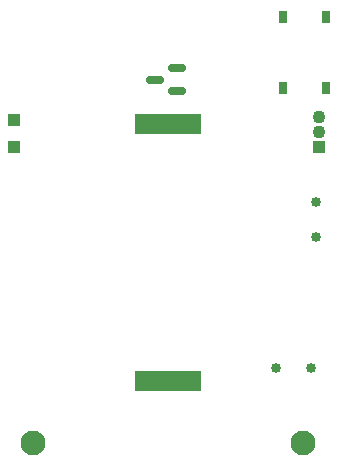
<source format=gbs>
G04 #@! TF.GenerationSoftware,KiCad,Pcbnew,7.0.9*
G04 #@! TF.CreationDate,2024-02-29T00:36:21+01:00*
G04 #@! TF.ProjectId,Mad_PlantBug,4d61645f-506c-4616-9e74-4275672e6b69,rev?*
G04 #@! TF.SameCoordinates,Original*
G04 #@! TF.FileFunction,Soldermask,Bot*
G04 #@! TF.FilePolarity,Negative*
%FSLAX46Y46*%
G04 Gerber Fmt 4.6, Leading zero omitted, Abs format (unit mm)*
G04 Created by KiCad (PCBNEW 7.0.9) date 2024-02-29 00:36:21*
%MOMM*%
%LPD*%
G01*
G04 APERTURE LIST*
G04 Aperture macros list*
%AMRoundRect*
0 Rectangle with rounded corners*
0 $1 Rounding radius*
0 $2 $3 $4 $5 $6 $7 $8 $9 X,Y pos of 4 corners*
0 Add a 4 corners polygon primitive as box body*
4,1,4,$2,$3,$4,$5,$6,$7,$8,$9,$2,$3,0*
0 Add four circle primitives for the rounded corners*
1,1,$1+$1,$2,$3*
1,1,$1+$1,$4,$5*
1,1,$1+$1,$6,$7*
1,1,$1+$1,$8,$9*
0 Add four rect primitives between the rounded corners*
20,1,$1+$1,$2,$3,$4,$5,0*
20,1,$1+$1,$4,$5,$6,$7,0*
20,1,$1+$1,$6,$7,$8,$9,0*
20,1,$1+$1,$8,$9,$2,$3,0*%
G04 Aperture macros list end*
%ADD10R,1.000000X1.000000*%
%ADD11R,1.100000X1.100000*%
%ADD12C,1.100000*%
%ADD13C,2.100000*%
%ADD14C,0.850000*%
%ADD15R,5.600000X1.750000*%
%ADD16RoundRect,0.150000X0.587500X0.150000X-0.587500X0.150000X-0.587500X-0.150000X0.587500X-0.150000X0*%
%ADD17R,0.700000X1.000000*%
G04 APERTURE END LIST*
D10*
G04 #@! TO.C,TP3*
X48133000Y-40894000D03*
G04 #@! TD*
G04 #@! TO.C,TP2*
X48133000Y-43180000D03*
G04 #@! TD*
D11*
G04 #@! TO.C,J2*
X73958000Y-43153500D03*
D12*
X73958000Y-41903500D03*
X73958000Y-40653500D03*
G04 #@! TD*
D13*
G04 #@! TO.C,REF\u002A\u002A*
X72642000Y-68177500D03*
G04 #@! TD*
D14*
G04 #@! TO.C,S1*
X70290000Y-61891500D03*
X73290000Y-61891500D03*
G04 #@! TD*
D13*
G04 #@! TO.C,REF\u002A\u002A*
X49718000Y-68177500D03*
G04 #@! TD*
D14*
G04 #@! TO.C,S2*
X73745000Y-47777500D03*
X73745000Y-50777500D03*
G04 #@! TD*
D15*
G04 #@! TO.C,H1*
X61180000Y-41192500D03*
X61180000Y-62942500D03*
G04 #@! TD*
D16*
G04 #@! TO.C,Q1*
X60055000Y-37461500D03*
X61930000Y-38411500D03*
X61930000Y-36511500D03*
G04 #@! TD*
D17*
G04 #@! TO.C,S3*
X74587000Y-38172500D03*
X74587000Y-32172500D03*
X70887000Y-38172500D03*
X70887000Y-32172500D03*
G04 #@! TD*
M02*

</source>
